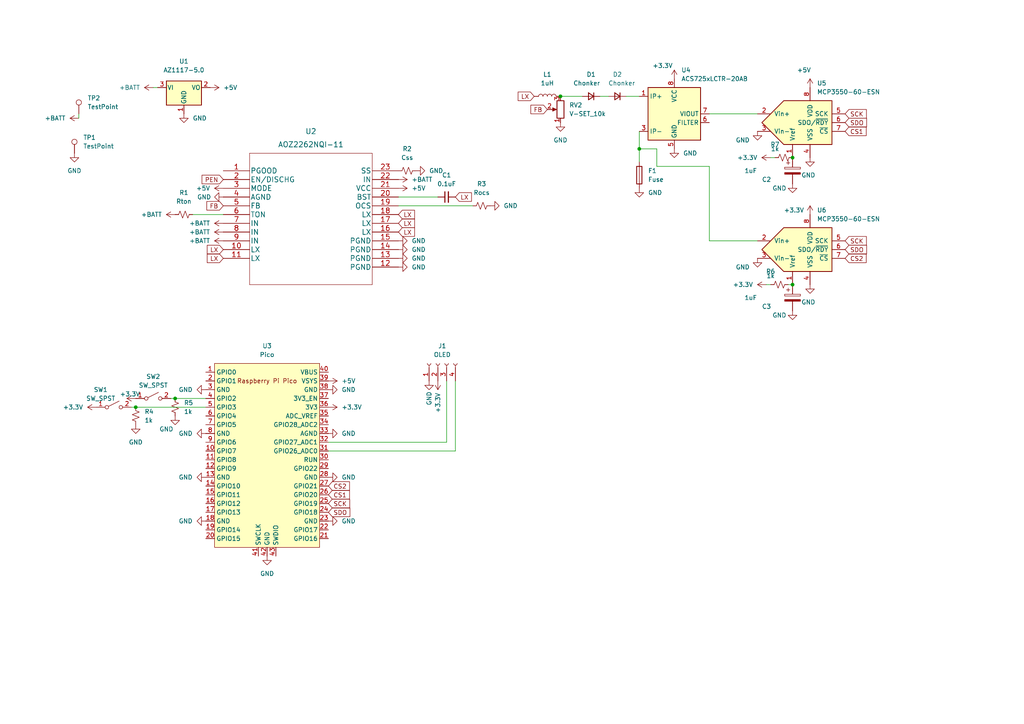
<source format=kicad_sch>
(kicad_sch (version 20211123) (generator eeschema)
  (paper "A4")
  (lib_symbols
    (symbol "A0Z2262NQI:AOZ2262NQI-11" (pin_names (offset 0.254))
      (property "Reference" "U" (at 25.4 10.16 0))
      (property "Value" "AOZ2262NQI-11" (at 25.4 7.62 0))
      (symbol "AOZ2262NQI-11_1_1"
        (polyline (pts (xy 7.62 -33.02) (xy 43.18 -33.02)) (stroke (width 0.127)))
        (polyline (pts (xy 7.62 5.08) (xy 7.62 -33.02)) (stroke (width 0.127)))
        (polyline (pts (xy 43.18 -33.02) (xy 43.18 5.08)) (stroke (width 0.127)))
        (polyline (pts (xy 43.18 5.08) (xy 7.62 5.08)) (stroke (width 0.127)))
        (pin output line (at 0 0 0) (length 7.62) (name "PGOOD") (number "1"))
        (pin unspecified line (at 0 -22.86 0) (length 7.62) (name "LX") (number "10"))
        (pin unspecified line (at 0 -25.4 0) (length 7.62) (name "LX") (number "11"))
        (pin power_in line (at 50.8 -27.94 180) (length 7.62) (name "PGND") (number "12"))
        (pin power_in line (at 50.8 -25.4 180) (length 7.62) (name "PGND") (number "13"))
        (pin power_in line (at 50.8 -22.86 180) (length 7.62) (name "PGND") (number "14"))
        (pin power_in line (at 50.8 -20.32 180) (length 7.62) (name "PGND") (number "15"))
        (pin unspecified line (at 50.8 -17.78 180) (length 7.62) (name "LX") (number "16"))
        (pin unspecified line (at 50.8 -15.24 180) (length 7.62) (name "LX") (number "17"))
        (pin unspecified line (at 50.8 -12.7 180) (length 7.62) (name "LX") (number "18"))
        (pin unspecified line (at 50.8 -10.16 180) (length 7.62) (name "OCS") (number "19"))
        (pin input line (at 0 -2.54 0) (length 7.62) (name "EN/DISCHG") (number "2"))
        (pin power_in line (at 50.8 -7.62 180) (length 7.62) (name "BST") (number "20"))
        (pin power_in line (at 50.8 -5.08 180) (length 7.62) (name "VCC") (number "21"))
        (pin input line (at 50.8 -2.54 180) (length 7.62) (name "IN") (number "22"))
        (pin input line (at 50.8 0 180) (length 7.62) (name "SS") (number "23"))
        (pin input line (at 0 -5.08 0) (length 7.62) (name "MODE") (number "3"))
        (pin power_in line (at 0 -7.62 0) (length 7.62) (name "AGND") (number "4"))
        (pin input line (at 0 -10.16 0) (length 7.62) (name "FB") (number "5"))
        (pin input line (at 0 -12.7 0) (length 7.62) (name "TON") (number "6"))
        (pin power_in line (at 0 -15.24 0) (length 7.62) (name "IN") (number "7"))
        (pin power_in line (at 0 -17.78 0) (length 7.62) (name "IN") (number "8"))
        (pin power_in line (at 0 -20.32 0) (length 7.62) (name "IN") (number "9"))
      )
    )
    (symbol "Analog_ADC:MCP3550-60-ESN" (pin_names (offset 1.016))
      (property "Reference" "U" (at -5.08 7.62 0))
      (property "Value" "MCP3550-60-ESN" (at 5.08 7.62 0))
      (symbol "MCP3550-60-ESN_0_1"
        (polyline (pts (xy -5.08 6.35) (xy 8.89 6.35) (xy 8.89 0) (xy 8.89 -6.35) (xy -5.08 -6.35) (xy -11.43 0) (xy -5.08 6.35)) (stroke (width 0.254)) (fill (type background)))
      )
      (symbol "MCP3550-60-ESN_1_1"
        (pin input line (at -2.54 -10.16 90) (length 3.81) (name "Vref") (number "1"))
        (pin passive line (at -12.7 2.54 0) (length 3.81) (name "Vin+") (number "2"))
        (pin passive line (at -12.7 -2.54 0) (length 3.81) (name "Vin-") (number "3"))
        (pin power_in line (at 2.54 -10.16 90) (length 3.81) (name "VSS") (number "4"))
        (pin input line (at 12.7 2.54 180) (length 3.81) (name "SCK") (number "5"))
        (pin output line (at 12.7 0 180) (length 3.81) (name "SDO/~{RDY}") (number "6"))
        (pin input line (at 12.7 -2.54 180) (length 3.81) (name "~{CS}") (number "7"))
        (pin power_in line (at 2.54 10.16 270) (length 3.81) (name "VDD") (number "8"))
      )
    )
    (symbol "Connector:Conn_01x04_Female" (pin_names (offset 1.016) hide)
      (property "Reference" "J" (at 0 5.08 0))
      (property "Value" "Conn_01x04_Female" (at 0 -7.62 0))
      (symbol "Conn_01x04_Female_1_1"
        (arc (start 0 -4.572) (mid -0.508 -5.08) (end 0 -5.588) (stroke (width 0.1524)))
        (arc (start 0 -2.032) (mid -0.508 -2.54) (end 0 -3.048) (stroke (width 0.1524)))
        (polyline (pts (xy -1.27 -5.08) (xy -0.508 -5.08)) (stroke (width 0.1524)))
        (polyline (pts (xy -1.27 -2.54) (xy -0.508 -2.54)) (stroke (width 0.1524)))
        (polyline (pts (xy -1.27 0) (xy -0.508 0)) (stroke (width 0.1524)))
        (polyline (pts (xy -1.27 2.54) (xy -0.508 2.54)) (stroke (width 0.1524)))
        (arc (start 0 0.508) (mid -0.508 0) (end 0 -0.508) (stroke (width 0.1524)))
        (arc (start 0 3.048) (mid -0.508 2.54) (end 0 2.032) (stroke (width 0.1524)))
        (pin passive line (at -5.08 2.54 0) (length 3.81) (name "Pin_1") (number "1"))
        (pin passive line (at -5.08 0 0) (length 3.81) (name "Pin_2") (number "2"))
        (pin passive line (at -5.08 -2.54 0) (length 3.81) (name "Pin_3") (number "3"))
        (pin passive line (at -5.08 -5.08 0) (length 3.81) (name "Pin_4") (number "4"))
      )
    )
    (symbol "Connector:TestPoint" (pin_numbers hide) (pin_names (offset 0.762) hide)
      (property "Reference" "TP" (at 0 6.858 0))
      (property "Value" "TestPoint" (at 0 5.08 0))
      (symbol "TestPoint_0_1"
        (circle (center 0 3.302) (radius 0.762))
      )
      (symbol "TestPoint_1_1"
        (pin passive line (at 0 0 90) (length 2.54) (name "1") (number "1"))
      )
    )
    (symbol "Device:C_Polarized" (pin_numbers hide) (pin_names (offset 0.254))
      (property "Reference" "C" (at 0.635 2.54 0))
      (property "Value" "C_Polarized" (at 0.635 -2.54 0))
      (symbol "C_Polarized_0_1"
        (rectangle (start -2.286 0.508) (end 2.286 1.016))
        (polyline (pts (xy -1.778 2.286) (xy -0.762 2.286)))
        (polyline (pts (xy -1.27 2.794) (xy -1.27 1.778)))
        (rectangle (start 2.286 -0.508) (end -2.286 -1.016) (fill (type outline)))
      )
      (symbol "C_Polarized_1_1"
        (pin passive line (at 0 3.81 270) (length 2.794) (name "~") (number "1"))
        (pin passive line (at 0 -3.81 90) (length 2.794) (name "~") (number "2"))
      )
    )
    (symbol "Device:C_Small" (pin_numbers hide) (pin_names (offset 0.254) hide)
      (property "Reference" "C" (at 0.254 1.778 0))
      (property "Value" "C_Small" (at 0.254 -2.032 0))
      (symbol "C_Small_0_1"
        (polyline (pts (xy -1.524 -0.508) (xy 1.524 -0.508)) (stroke (width 0.3302)))
        (polyline (pts (xy -1.524 0.508) (xy 1.524 0.508)) (stroke (width 0.3048)))
      )
      (symbol "C_Small_1_1"
        (pin passive line (at 0 2.54 270) (length 2.032) (name "~") (number "1"))
        (pin passive line (at 0 -2.54 90) (length 2.032) (name "~") (number "2"))
      )
    )
    (symbol "Device:D_Small" (pin_numbers hide) (pin_names (offset 0.254) hide)
      (property "Reference" "D" (at -1.27 2.032 0))
      (property "Value" "D_Small" (at -3.81 -2.032 0))
      (symbol "D_Small_0_1"
        (polyline (pts (xy -0.762 -1.016) (xy -0.762 1.016)) (stroke (width 0.254)))
        (polyline (pts (xy -0.762 0) (xy 0.762 0)))
        (polyline (pts (xy 0.762 -1.016) (xy -0.762 0) (xy 0.762 1.016) (xy 0.762 -1.016)) (stroke (width 0.254)))
      )
      (symbol "D_Small_1_1"
        (pin passive line (at -2.54 0 0) (length 1.778) (name "K") (number "1"))
        (pin passive line (at 2.54 0 180) (length 1.778) (name "A") (number "2"))
      )
    )
    (symbol "Device:Fuse" (pin_numbers hide) (pin_names (offset 0))
      (property "Reference" "F" (at 2.032 0 90))
      (property "Value" "Fuse" (at -1.905 0 90))
      (symbol "Fuse_0_1"
        (rectangle (start -0.762 -2.54) (end 0.762 2.54) (stroke (width 0.254)))
        (polyline (pts (xy 0 2.54) (xy 0 -2.54)))
      )
      (symbol "Fuse_1_1"
        (pin passive line (at 0 3.81 270) (length 1.27) (name "~") (number "1"))
        (pin passive line (at 0 -3.81 90) (length 1.27) (name "~") (number "2"))
      )
    )
    (symbol "Device:L" (pin_numbers hide) (pin_names (offset 1.016) hide)
      (property "Reference" "L" (at -1.27 0 90))
      (property "Value" "L" (at 1.905 0 90))
      (symbol "L_0_1"
        (arc (start 0 -2.54) (mid 0.635 -1.905) (end 0 -1.27))
        (arc (start 0 -1.27) (mid 0.635 -0.635) (end 0 0))
        (arc (start 0 0) (mid 0.635 0.635) (end 0 1.27))
        (arc (start 0 1.27) (mid 0.635 1.905) (end 0 2.54))
      )
      (symbol "L_1_1"
        (pin passive line (at 0 3.81 270) (length 1.27) (name "1") (number "1"))
        (pin passive line (at 0 -3.81 90) (length 1.27) (name "2") (number "2"))
      )
    )
    (symbol "Device:R_Potentiometer" (pin_names (offset 1.016) hide)
      (property "Reference" "RV" (at -4.445 0 90))
      (property "Value" "R_Potentiometer" (at -2.54 0 90))
      (symbol "R_Potentiometer_0_1"
        (polyline (pts (xy 2.54 0) (xy 1.524 0)))
        (polyline (pts (xy 1.143 0) (xy 2.286 0.508) (xy 2.286 -0.508) (xy 1.143 0)) (fill (type outline)))
        (rectangle (start 1.016 2.54) (end -1.016 -2.54) (stroke (width 0.254)))
      )
      (symbol "R_Potentiometer_1_1"
        (pin passive line (at 0 3.81 270) (length 1.27) (name "1") (number "1"))
        (pin passive line (at 3.81 0 180) (length 1.27) (name "2") (number "2"))
        (pin passive line (at 0 -3.81 90) (length 1.27) (name "3") (number "3"))
      )
    )
    (symbol "Device:R_Small_US" (pin_numbers hide) (pin_names (offset 0.254) hide)
      (property "Reference" "R" (at 0.762 0.508 0))
      (property "Value" "R_Small_US" (at 0.762 -1.016 0))
      (symbol "R_Small_US_1_1"
        (polyline (pts (xy 0 0) (xy 1.016 -0.381) (xy 0 -0.762) (xy -1.016 -1.143) (xy 0 -1.524)))
        (polyline (pts (xy 0 1.524) (xy 1.016 1.143) (xy 0 0.762) (xy -1.016 0.381) (xy 0 0)))
        (pin passive line (at 0 2.54 270) (length 1.016) (name "~") (number "1"))
        (pin passive line (at 0 -2.54 90) (length 1.016) (name "~") (number "2"))
      )
    )
    (symbol "MCU_RaspberryPi_and_Boards:Pico"
      (property "Reference" "U" (at -13.97 27.94 0))
      (property "Value" "Pico" (at 0 19.05 0))
      (symbol "Pico_0_0"
        (text "Raspberry Pi Pico" (at 0 21.59 0) (effects (font (size 1.27 1.27))))
      )
      (symbol "Pico_0_1"
        (rectangle (start -15.24 26.67) (end 15.24 -26.67) (fill (type background)))
      )
      (symbol "Pico_1_1"
        (pin bidirectional line (at -17.78 24.13 0) (length 2.54) (name "GPIO0") (number "1"))
        (pin bidirectional line (at -17.78 1.27 0) (length 2.54) (name "GPIO7") (number "10"))
        (pin bidirectional line (at -17.78 -1.27 0) (length 2.54) (name "GPIO8") (number "11"))
        (pin bidirectional line (at -17.78 -3.81 0) (length 2.54) (name "GPIO9") (number "12"))
        (pin power_in line (at -17.78 -6.35 0) (length 2.54) (name "GND") (number "13"))
        (pin bidirectional line (at -17.78 -8.89 0) (length 2.54) (name "GPIO10") (number "14"))
        (pin bidirectional line (at -17.78 -11.43 0) (length 2.54) (name "GPIO11") (number "15"))
        (pin bidirectional line (at -17.78 -13.97 0) (length 2.54) (name "GPIO12") (number "16"))
        (pin bidirectional line (at -17.78 -16.51 0) (length 2.54) (name "GPIO13") (number "17"))
        (pin power_in line (at -17.78 -19.05 0) (length 2.54) (name "GND") (number "18"))
        (pin bidirectional line (at -17.78 -21.59 0) (length 2.54) (name "GPIO14") (number "19"))
        (pin bidirectional line (at -17.78 21.59 0) (length 2.54) (name "GPIO1") (number "2"))
        (pin bidirectional line (at -17.78 -24.13 0) (length 2.54) (name "GPIO15") (number "20"))
        (pin bidirectional line (at 17.78 -24.13 180) (length 2.54) (name "GPIO16") (number "21"))
        (pin bidirectional line (at 17.78 -21.59 180) (length 2.54) (name "GPIO17") (number "22"))
        (pin power_in line (at 17.78 -19.05 180) (length 2.54) (name "GND") (number "23"))
        (pin bidirectional line (at 17.78 -16.51 180) (length 2.54) (name "GPIO18") (number "24"))
        (pin bidirectional line (at 17.78 -13.97 180) (length 2.54) (name "GPIO19") (number "25"))
        (pin bidirectional line (at 17.78 -11.43 180) (length 2.54) (name "GPIO20") (number "26"))
        (pin bidirectional line (at 17.78 -8.89 180) (length 2.54) (name "GPIO21") (number "27"))
        (pin power_in line (at 17.78 -6.35 180) (length 2.54) (name "GND") (number "28"))
        (pin bidirectional line (at 17.78 -3.81 180) (length 2.54) (name "GPIO22") (number "29"))
        (pin power_in line (at -17.78 19.05 0) (length 2.54) (name "GND") (number "3"))
        (pin input line (at 17.78 -1.27 180) (length 2.54) (name "RUN") (number "30"))
        (pin bidirectional line (at 17.78 1.27 180) (length 2.54) (name "GPIO26_ADC0") (number "31"))
        (pin bidirectional line (at 17.78 3.81 180) (length 2.54) (name "GPIO27_ADC1") (number "32"))
        (pin power_in line (at 17.78 6.35 180) (length 2.54) (name "AGND") (number "33"))
        (pin bidirectional line (at 17.78 8.89 180) (length 2.54) (name "GPIO28_ADC2") (number "34"))
        (pin power_in line (at 17.78 11.43 180) (length 2.54) (name "ADC_VREF") (number "35"))
        (pin power_in line (at 17.78 13.97 180) (length 2.54) (name "3V3") (number "36"))
        (pin input line (at 17.78 16.51 180) (length 2.54) (name "3V3_EN") (number "37"))
        (pin bidirectional line (at 17.78 19.05 180) (length 2.54) (name "GND") (number "38"))
        (pin power_in line (at 17.78 21.59 180) (length 2.54) (name "VSYS") (number "39"))
        (pin bidirectional line (at -17.78 16.51 0) (length 2.54) (name "GPIO2") (number "4"))
        (pin power_in line (at 17.78 24.13 180) (length 2.54) (name "VBUS") (number "40"))
        (pin input line (at -2.54 -29.21 90) (length 2.54) (name "SWCLK") (number "41"))
        (pin power_in line (at 0 -29.21 90) (length 2.54) (name "GND") (number "42"))
        (pin bidirectional line (at 2.54 -29.21 90) (length 2.54) (name "SWDIO") (number "43"))
        (pin bidirectional line (at -17.78 13.97 0) (length 2.54) (name "GPIO3") (number "5"))
        (pin bidirectional line (at -17.78 11.43 0) (length 2.54) (name "GPIO4") (number "6"))
        (pin bidirectional line (at -17.78 8.89 0) (length 2.54) (name "GPIO5") (number "7"))
        (pin power_in line (at -17.78 6.35 0) (length 2.54) (name "GND") (number "8"))
        (pin bidirectional line (at -17.78 3.81 0) (length 2.54) (name "GPIO6") (number "9"))
      )
    )
    (symbol "Regulator_Linear:AZ1117-5.0" (pin_names (offset 0.254))
      (property "Reference" "U" (at -3.81 3.175 0))
      (property "Value" "AZ1117-5.0" (at 0 3.175 0))
      (symbol "AZ1117-5.0_0_1"
        (rectangle (start -5.08 1.905) (end 5.08 -5.08) (stroke (width 0.254)) (fill (type background)))
      )
      (symbol "AZ1117-5.0_1_1"
        (pin power_in line (at 0 -7.62 90) (length 2.54) (name "GND") (number "1"))
        (pin power_out line (at 7.62 0 180) (length 2.54) (name "VO") (number "2"))
        (pin power_in line (at -7.62 0 0) (length 2.54) (name "VI") (number "3"))
      )
    )
    (symbol "Sensor_Current:ACS725xLCTR-20AB"
      (property "Reference" "U" (at 2.54 11.43 0))
      (property "Value" "ACS725xLCTR-20AB" (at 2.54 8.89 0))
      (symbol "ACS725xLCTR-20AB_0_1"
        (rectangle (start -7.62 7.62) (end 7.62 -7.62) (stroke (width 0.254)) (fill (type background)))
      )
      (symbol "ACS725xLCTR-20AB_1_1"
        (pin passive line (at -10.16 5.08 0) (length 2.54) (name "IP+") (number "1"))
        (pin passive line (at -10.16 5.08 0) (length 2.54) hide (name "IP+") (number "2"))
        (pin passive line (at -10.16 -5.08 0) (length 2.54) (name "IP-") (number "3"))
        (pin passive line (at -10.16 -5.08 0) (length 2.54) hide (name "IP-") (number "4"))
        (pin power_in line (at 0 -10.16 90) (length 2.54) (name "GND") (number "5"))
        (pin passive line (at 10.16 -2.54 180) (length 2.54) (name "FILTER") (number "6"))
        (pin output line (at 10.16 0 180) (length 2.54) (name "VIOUT") (number "7"))
        (pin power_in line (at 0 10.16 270) (length 2.54) (name "VCC") (number "8"))
      )
    )
    (symbol "Switch:SW_SPST" (pin_names (offset 0) hide)
      (property "Reference" "SW" (at 0 3.175 0))
      (property "Value" "SW_SPST" (at 0 -2.54 0))
      (symbol "SW_SPST_0_0"
        (circle (center -2.032 0) (radius 0.508))
        (polyline (pts (xy -1.524 0.254) (xy 1.524 1.778)))
        (circle (center 2.032 0) (radius 0.508))
      )
      (symbol "SW_SPST_1_1"
        (pin passive line (at -5.08 0 0) (length 2.54) (name "A") (number "1"))
        (pin passive line (at 5.08 0 180) (length 2.54) (name "B") (number "2"))
      )
    )
    (symbol "power:+3.3V" (power) (pin_names (offset 0))
      (property "Value" "+3.3V" (at 0 3.556 0))
      (symbol "+3.3V_0_1"
        (polyline (pts (xy -0.762 1.27) (xy 0 2.54)))
        (polyline (pts (xy 0 0) (xy 0 2.54)))
        (polyline (pts (xy 0 2.54) (xy 0.762 1.27)))
      )
      (symbol "+3.3V_1_1"
        (pin power_in line (at 0 0 90) (length 0) hide (name "+3.3V") (number "1"))
      )
    )
    (symbol "power:+5V" (power) (pin_names (offset 0))
      (property "Value" "+5V" (at 0 3.556 0))
      (symbol "+5V_0_1"
        (polyline (pts (xy -0.762 1.27) (xy 0 2.54)))
        (polyline (pts (xy 0 0) (xy 0 2.54)))
        (polyline (pts (xy 0 2.54) (xy 0.762 1.27)))
      )
      (symbol "+5V_1_1"
        (pin power_in line (at 0 0 90) (length 0) hide (name "+5V") (number "1"))
      )
    )
    (symbol "power:+BATT" (power) (pin_names (offset 0))
      (property "Value" "+BATT" (at 0 3.556 0))
      (symbol "+BATT_0_1"
        (polyline (pts (xy -0.762 1.27) (xy 0 2.54)))
        (polyline (pts (xy 0 0) (xy 0 2.54)))
        (polyline (pts (xy 0 2.54) (xy 0.762 1.27)))
      )
      (symbol "+BATT_1_1"
        (pin power_in line (at 0 0 90) (length 0) hide (name "+BATT") (number "1"))
      )
    )
    (symbol "power:GND" (power) (pin_names (offset 0))
      (property "Value" "GND" (at 0 -3.81 0))
      (symbol "GND_0_1"
        (polyline (pts (xy 0 0) (xy 0 -1.27) (xy 1.27 -1.27) (xy 0 -2.54) (xy -1.27 -1.27) (xy 0 -1.27)))
      )
      (symbol "GND_1_1"
        (pin power_in line (at 0 0 270) (length 0) hide (name "GND") (number "1"))
      )
    )
  )
  (junction (at 229.87 82.55))
  (junction (at 50.8 115.57))
  (junction (at 39.37 118.11))
  (junction (at 162.56 27.94))
  (junction (at 185.42 43.18))
  (junction (at 229.87 45.72))
  (wire (pts (xy 205.74 33.02) (xy 219.71 33.02)))
  (wire (pts (xy 173.99 27.94) (xy 176.53 27.94)))
  (wire (pts (xy 205.74 69.85) (xy 219.71 69.85)))
  (wire (pts (xy 205.74 69.85) (xy 205.74 48.26)))
  (wire (pts (xy 132.08 130.81) (xy 132.08 110.49)))
  (wire (pts (xy 222.25 82.55) (xy 223.52 82.55)))
  (wire (pts (xy 49.53 115.57) (xy 50.8 115.57)))
  (wire (pts (xy 50.8 115.57) (xy 59.69 115.57)))
  (wire (pts (xy 115.57 57.15) (xy 127 57.15)))
  (wire (pts (xy 44.45 25.4) (xy 45.72 25.4)))
  (wire (pts (xy 38.1 118.11) (xy 39.37 118.11)))
  (wire (pts (xy 39.37 118.11) (xy 59.69 118.11)))
  (wire (pts (xy 228.6 82.55) (xy 229.87 82.55)))
  (wire (pts (xy 129.54 110.49) (xy 129.54 128.27)))
  (wire (pts (xy 185.42 43.18) (xy 185.42 46.99)))
  (wire (pts (xy 22.86 33.02) (xy 22.86 34.29)))
  (wire (pts (xy 223.52 45.72) (xy 224.79 45.72)))
  (wire (pts (xy 162.56 27.94) (xy 168.91 27.94)))
  (wire (pts (xy 181.61 27.94) (xy 185.42 27.94)))
  (wire (pts (xy 190.5 48.26) (xy 190.5 43.18)))
  (wire (pts (xy 95.25 130.81) (xy 132.08 130.81)))
  (wire (pts (xy 185.42 38.1) (xy 185.42 43.18)))
  (wire (pts (xy 205.74 48.26) (xy 190.5 48.26)))
  (wire (pts (xy 129.54 128.27) (xy 95.25 128.27)))
  (wire (pts (xy 55.88 62.23) (xy 64.77 62.23)))
  (wire (pts (xy 190.5 43.18) (xy 185.42 43.18)))
  (wire (pts (xy 137.16 59.69) (xy 115.57 59.69)))
  (global_label "LX" (shape input) (at 154.94 27.94 180) (property "Intersheet References" "${INTERSHEET_REFS}" (effects hide)))
  (global_label "SDO" (shape input) (at 245.11 35.56 0) (property "Intersheet References" "${INTERSHEET_REFS}" (effects hide)))
  (global_label "FB" (shape input) (at 158.75 31.75 180) (property "Intersheet References" "${INTERSHEET_REFS}" (effects hide)))
  (global_label "LX" (shape input) (at 115.57 62.23 0) (property "Intersheet References" "${INTERSHEET_REFS}" (effects hide)))
  (global_label "SDO" (shape input) (at 245.11 72.39 0) (property "Intersheet References" "${INTERSHEET_REFS}" (effects hide)))
  (global_label "CS1" (shape input) (at 95.25 143.51 0) (property "Intersheet References" "${INTERSHEET_REFS}" (effects hide)))
  (global_label "SCK" (shape input) (at 245.11 69.85 0) (property "Intersheet References" "${INTERSHEET_REFS}" (effects hide)))
  (global_label "LX" (shape input) (at 115.57 67.31 0) (property "Intersheet References" "${INTERSHEET_REFS}" (effects hide)))
  (global_label "LX" (shape input) (at 115.57 64.77 0) (property "Intersheet References" "${INTERSHEET_REFS}" (effects hide)))
  (global_label "SCK" (shape input) (at 95.25 146.05 0) (property "Intersheet References" "${INTERSHEET_REFS}" (effects hide)))
  (global_label "FB" (shape input) (at 64.77 59.69 180) (property "Intersheet References" "${INTERSHEET_REFS}" (effects hide)))
  (global_label "SCK" (shape input) (at 245.11 33.02 0) (property "Intersheet References" "${INTERSHEET_REFS}" (effects hide)))
  (global_label "LX" (shape input) (at 64.77 74.93 180) (property "Intersheet References" "${INTERSHEET_REFS}" (effects hide)))
  (global_label "CS1" (shape input) (at 245.11 38.1 0) (property "Intersheet References" "${INTERSHEET_REFS}" (effects hide)))
  (global_label "LX" (shape input) (at 132.08 57.15 0) (property "Intersheet References" "${INTERSHEET_REFS}" (effects hide)))
  (global_label "CS2" (shape input) (at 95.25 140.97 0) (property "Intersheet References" "${INTERSHEET_REFS}" (effects hide)))
  (global_label "PEN" (shape input) (at 64.77 52.07 180) (property "Intersheet References" "${INTERSHEET_REFS}" (effects hide)))
  (global_label "LX" (shape input) (at 64.77 72.39 180) (property "Intersheet References" "${INTERSHEET_REFS}" (effects hide)))
  (global_label "SDO" (shape input) (at 95.25 148.59 0) (property "Intersheet References" "${INTERSHEET_REFS}" (effects hide)))
  (global_label "CS2" (shape input) (at 245.11 74.93 0) (property "Intersheet References" "${INTERSHEET_REFS}" (effects hide)))
  (symbol (lib_id "power:GND") (at 50.8 120.65 0) (unit 1)
    (property "Reference" "#PWR0130" (effects hide))
    (property "Value" "GND" (at 48.26 124.46 0))
  )
  (symbol (lib_id "Device:R_Small_US") (at 50.8 118.11 0) (unit 1)
    (property "Reference" "R5" (at 53.34 116.8399 0) (effects (justify left)))
    (property "Value" "1k" (at 53.34 119.3799 0) (effects (justify left)))
    (property "Footprint" "Resistor_SMD:R_0402_1005Metric" (effects hide))
  )
  (symbol (lib_id "power:+BATT") (at 64.77 69.85 90) (unit 1)
    (property "Reference" "#PWR09" (effects hide))
    (property "Value" "+BATT" (at 60.96 69.8499 90) (effects (justify left)))
  )
  (symbol (lib_id "power:GND") (at 59.69 138.43 270) (unit 1)
    (property "Reference" "#PWR0125" (effects hide))
    (property "Value" "GND" (at 55.88 138.4299 90) (effects (justify right)))
  )
  (symbol (lib_id "Device:R_Small_US") (at 227.33 45.72 90) (unit 1)
    (property "Reference" "R7" (at 224.79 41.91 90))
    (property "Value" "1k" (at 224.79 43.18 90))
    (property "Footprint" "Resistor_SMD:R_0402_1005Metric" (effects hide))
  )
  (symbol (lib_id "power:GND") (at 229.87 53.34 0) (unit 1)
    (property "Reference" "#PWR0105" (effects hide))
    (property "Value" "GND" (at 226.06 54.61 0))
  )
  (symbol (lib_id "Device:R_Small_US") (at 139.7 59.69 90) (unit 1)
    (property "Reference" "R3" (at 139.7 53.34 90))
    (property "Value" "Rocs" (at 139.7 55.88 90))
    (property "Footprint" "Resistor_SMD:R_0402_1005Metric" (effects hide))
  )
  (symbol (lib_id "Device:R_Small_US") (at 118.11 49.53 90) (unit 1)
    (property "Reference" "R2" (at 118.11 43.18 90))
    (property "Value" "Css" (at 118.11 45.72 90))
    (property "Footprint" "Resistor_SMD:R_0402_1005Metric" (effects hide))
  )
  (symbol (lib_id "power:GND") (at 234.95 45.72 0) (unit 1)
    (property "Reference" "#PWR0103" (effects hide))
    (property "Value" "GND" (at 232.41 50.8 0) (effects (justify left)))
  )
  (symbol (lib_id "Device:D_Small") (at 179.07 27.94 180) (unit 1)
    (property "Reference" "D2" (at 179.07 21.59 0))
    (property "Value" "Chonker" (at 180.34 24.13 0))
    (property "Footprint" "Diode_THT:D_5KPW_P12.70mm_Horizontal" (effects hide))
  )
  (symbol (lib_id "power:GND") (at 59.69 125.73 270) (unit 1)
    (property "Reference" "#PWR0124" (effects hide))
    (property "Value" "GND" (at 55.88 125.7299 90) (effects (justify right)))
  )
  (symbol (lib_id "power:GND") (at 77.47 161.29 0) (unit 1)
    (property "Reference" "#PWR0118" (effects hide))
    (property "Value" "GND" (at 77.47 166.37 0))
  )
  (symbol (lib_id "power:+3.3V") (at 127 110.49 180) (unit 1)
    (property "Reference" "#PWR0114" (effects hide))
    (property "Value" "+3.3V" (at 127 116.84 90))
  )
  (symbol (lib_id "power:GND") (at 195.58 43.18 0) (unit 1)
    (property "Reference" "#PWR0126" (effects hide))
    (property "Value" "GND" (at 198.12 44.4499 0) (effects (justify left)))
  )
  (symbol (lib_id "power:+BATT") (at 115.57 52.07 270) (unit 1)
    (property "Reference" "#PWR010" (effects hide))
    (property "Value" "+BATT" (at 119.38 52.0699 90) (effects (justify left)))
  )
  (symbol (lib_id "power:GND") (at 21.59 44.45 0) (unit 1)
    (property "Reference" "#PWR0132" (effects hide))
    (property "Value" "GND" (at 21.59 49.53 0))
  )
  (symbol (lib_id "power:+BATT") (at 44.45 25.4 90) (unit 1)
    (property "Reference" "#PWR01" (effects hide))
    (property "Value" "+BATT" (at 40.64 25.3999 90) (effects (justify left)))
  )
  (symbol (lib_id "A0Z2262NQI:AOZ2262NQI-11") (at 64.77 49.53 0) (unit 1)
    (property "Reference" "U2" (at 90.17 38.1 0) (effects (font (size 1.524 1.524))))
    (property "Value" "AOZ2262NQI-11" (at 90.17 41.91 0) (effects (font (size 1.524 1.524))))
    (property "Footprint" "footprints:AOZ2262NQI-11" (effects hide))
  )
  (symbol (lib_id "power:GND") (at 115.57 74.93 90) (unit 1)
    (property "Reference" "#PWR014" (effects hide))
    (property "Value" "GND" (at 119.38 74.9299 90) (effects (justify right)))
  )
  (symbol (lib_id "power:+3.3V") (at 223.52 45.72 90) (unit 1)
    (property "Reference" "#PWR0106" (effects hide))
    (property "Value" "+3.3V" (at 219.71 45.72 90) (effects (justify left)))
  )
  (symbol (lib_id "power:+3.3V") (at 234.95 62.23 0) (unit 1)
    (property "Reference" "#PWR0102" (effects hide))
    (property "Value" "+3.3V" (at 227.33 60.96 0) (effects (justify left)))
  )
  (symbol (lib_id "power:GND") (at 234.95 82.55 0) (unit 1)
    (property "Reference" "#PWR0108" (effects hide))
    (property "Value" "GND" (at 232.41 87.63 0) (effects (justify left)))
  )
  (symbol (lib_id "power:GND") (at 59.69 151.13 270) (unit 1)
    (property "Reference" "#PWR0123" (effects hide))
    (property "Value" "GND" (at 55.88 151.1299 90) (effects (justify right)))
  )
  (symbol (lib_id "Connector:Conn_01x04_Female") (at 127 105.41 90) (unit 1)
    (property "Reference" "J1" (at 128.27 100.33 90))
    (property "Value" "OLED" (at 128.27 102.87 90))
    (property "Footprint" "Connector_PinHeader_2.54mm:PinHeader_1x04_P2.54mm_Vertical" (effects hide))
  )
  (symbol (lib_id "Sensor_Current:ACS725xLCTR-20AB") (at 195.58 33.02 0) (unit 1)
    (property "Reference" "U4" (at 197.5994 20.32 0) (effects (justify left)))
    (property "Value" "ACS725xLCTR-20AB" (at 197.5994 22.86 0) (effects (justify left)))
    (property "Footprint" "Package_SO:SOIC-8_3.9x4.9mm_P1.27mm" (effects hide))
    (property "Datasheet" "http://www.allegromicro.com/~/media/Files/Datasheets/ACS725-Datasheet.ashx?la=en" (effects hide))
  )
  (symbol (lib_id "power:+5V") (at 115.57 54.61 270) (unit 1)
    (property "Reference" "#PWR011" (effects hide))
    (property "Value" "+5V" (at 119.38 54.6099 90) (effects (justify left)))
  )
  (symbol (lib_id "Device:R_Small_US") (at 53.34 62.23 90) (unit 1)
    (property "Reference" "R1" (at 53.34 55.88 90))
    (property "Value" "Rton" (at 53.34 58.42 90))
    (property "Footprint" "Resistor_SMD:R_0402_1005Metric" (effects hide))
  )
  (symbol (lib_id "power:+5V") (at 64.77 54.61 90) (unit 1)
    (property "Reference" "#PWR05" (effects hide))
    (property "Value" "+5V" (at 60.96 54.6099 90) (effects (justify left)))
  )
  (symbol (lib_id "Device:C_Small") (at 129.54 57.15 90) (unit 1)
    (property "Reference" "C1" (at 129.5463 50.8 90))
    (property "Value" "0.1uF" (at 129.5463 53.34 90))
    (property "Footprint" "Capacitor_SMD:C_0402_1005Metric" (effects hide))
  )
  (symbol (lib_id "Device:C_Polarized") (at 229.87 49.53 0) (unit 1)
    (property "Reference" "C2" (at 220.98 52.07 0) (effects (justify left)))
    (property "Value" "1uF" (at 215.9 49.53 0) (effects (justify left)))
    (property "Footprint" "Capacitor_SMD:C_0402_1005Metric" (effects hide))
  )
  (symbol (lib_id "Device:L") (at 158.75 27.94 90) (unit 1)
    (property "Reference" "L1" (at 158.75 21.59 90))
    (property "Value" "1uH" (at 158.75 24.13 90))
    (property "Footprint" "Inductor_SMD:L_7.3x7.3_H4.5" (effects hide))
  )
  (symbol (lib_id "power:GND") (at 95.25 113.03 90) (unit 1)
    (property "Reference" "#PWR0115" (effects hide))
    (property "Value" "GND" (at 99.06 113.0299 90) (effects (justify right)))
  )
  (symbol (lib_id "power:GND") (at 142.24 59.69 90) (unit 1)
    (property "Reference" "#PWR018" (effects hide))
    (property "Value" "GND" (at 146.05 59.6899 90) (effects (justify right)))
  )
  (symbol (lib_id "Device:Fuse") (at 185.42 50.8 0) (unit 1)
    (property "Reference" "F1" (at 187.96 49.5299 0) (effects (justify left)))
    (property "Value" "Fuse" (at 187.96 52.0699 0) (effects (justify left)))
    (property "Footprint" "Fuse:Fuseholder_Blade_ATO_Littelfuse_Pudenz_2_Pin" (effects hide))
  )
  (symbol (lib_id "Analog_ADC:MCP3550-60-ESN") (at 232.41 72.39 0) (unit 1)
    (property "Reference" "U6" (at 236.9694 60.96 0) (effects (justify left)))
    (property "Value" "MCP3550-60-ESN" (at 236.9694 63.5 0) (effects (justify left)))
    (property "Footprint" "Package_SO:SOIC-8-1EP_3.9x4.9mm_P1.27mm_EP2.29x3mm" (effects hide))
    (property "Datasheet" "http://ww1.microchip.com/downloads/en/devicedoc/21950c.pdf" (effects hide))
  )
  (symbol (lib_id "power:GND") (at 162.56 35.56 0) (unit 1)
    (property "Reference" "#PWR021" (effects hide))
    (property "Value" "GND" (at 162.56 40.64 0))
  )
  (symbol (lib_id "power:GND") (at 39.37 123.19 0) (unit 1)
    (property "Reference" "#PWR0120" (effects hide))
    (property "Value" "GND" (at 39.37 128.27 0))
  )
  (symbol (lib_id "power:GND") (at 115.57 72.39 90) (unit 1)
    (property "Reference" "#PWR013" (effects hide))
    (property "Value" "GND" (at 119.38 72.3899 90) (effects (justify right)))
  )
  (symbol (lib_id "Connector:TestPoint") (at 22.86 33.02 0) (unit 1)
    (property "Reference" "TP2" (at 25.4 28.4479 0) (effects (justify left)))
    (property "Value" "TestPoint" (at 25.4 30.9879 0) (effects (justify left)))
    (property "Footprint" "TestPoint:TestPoint_Plated_Hole_D5.0mm" (effects hide))
  )
  (symbol (lib_id "power:GND") (at 185.42 54.61 0) (unit 1)
    (property "Reference" "#PWR0128" (effects hide))
    (property "Value" "GND" (at 187.96 55.8799 0) (effects (justify left)))
  )
  (symbol (lib_id "Connector:TestPoint") (at 21.59 44.45 0) (unit 1)
    (property "Reference" "TP1" (at 24.13 39.8779 0) (effects (justify left)))
    (property "Value" "TestPoint" (at 24.13 42.4179 0) (effects (justify left)))
    (property "Footprint" "TestPoint:TestPoint_Plated_Hole_D5.0mm" (effects hide))
  )
  (symbol (lib_id "power:+BATT") (at 64.77 67.31 90) (unit 1)
    (property "Reference" "#PWR08" (effects hide))
    (property "Value" "+BATT" (at 60.96 67.3099 90) (effects (justify left)))
  )
  (symbol (lib_id "power:GND") (at 95.25 151.13 90) (unit 1)
    (property "Reference" "#PWR0117" (effects hide))
    (property "Value" "GND" (at 99.06 151.1299 90) (effects (justify right)))
  )
  (symbol (lib_id "Switch:SW_SPST") (at 44.45 115.57 0) (unit 1)
    (property "Reference" "SW2" (at 44.45 109.22 0))
    (property "Value" "SW_SPST" (at 44.45 111.76 0))
    (property "Footprint" "Button_Switch_THT:KSA_Tactile_SPST" (effects hide))
  )
  (symbol (lib_id "power:GND") (at 120.65 49.53 90) (unit 1)
    (property "Reference" "#PWR016" (effects hide))
    (property "Value" "GND" (at 124.46 49.5299 90) (effects (justify right)))
  )
  (symbol (lib_id "power:GND") (at 229.87 90.17 0) (unit 1)
    (property "Reference" "#PWR0107" (effects hide))
    (property "Value" "GND" (at 226.06 91.44 0))
  )
  (symbol (lib_id "Device:D_Small") (at 171.45 27.94 180) (unit 1)
    (property "Reference" "D1" (at 171.45 21.59 0))
    (property "Value" "Chonker" (at 170.18 24.13 0))
    (property "Footprint" "Diode_THT:D_5KPW_P12.70mm_Horizontal" (effects hide))
  )
  (symbol (lib_id "power:+3.3V") (at 27.94 118.11 90) (unit 1)
    (property "Reference" "#PWR0121" (effects hide))
    (property "Value" "+3.3V" (at 24.13 118.1099 90) (effects (justify left)))
  )
  (symbol (lib_id "power:GND") (at 219.71 38.1 0) (unit 1)
    (property "Reference" "#PWR0104" (effects hide))
    (property "Value" "GND" (at 213.36 40.64 0) (effects (justify left)))
  )
  (symbol (lib_id "power:+BATT") (at 22.86 34.29 90) (unit 1)
    (property "Reference" "#PWR0131" (effects hide))
    (property "Value" "+BATT" (at 19.05 34.2899 90) (effects (justify left)))
  )
  (symbol (lib_id "power:GND") (at 115.57 69.85 90) (unit 1)
    (property "Reference" "#PWR012" (effects hide))
    (property "Value" "GND" (at 119.38 69.8499 90) (effects (justify right)))
  )
  (symbol (lib_id "Device:R_Potentiometer") (at 162.56 31.75 180) (unit 1)
    (property "Reference" "RV2" (at 165.1 30.4799 0) (effects (justify right)))
    (property "Value" "V-SET_10k" (at 165.1 33.0199 0) (effects (justify right)))
    (property "Footprint" "Potentiometer_THT:Potentiometer_Bourns_3266Y_Vertical" (effects hide))
  )
  (symbol (lib_id "power:+5V") (at 95.25 110.49 270) (unit 1)
    (property "Reference" "#PWR0111" (effects hide))
    (property "Value" "+5V" (at 99.06 110.4899 90) (effects (justify left)))
  )
  (symbol (lib_id "Regulator_Linear:AZ1117-5.0") (at 53.34 25.4 0) (unit 1)
    (property "Reference" "U1" (at 53.34 17.78 0))
    (property "Value" "AZ1117-5.0" (at 53.34 20.32 0))
    (property "Footprint" "Package_TO_SOT_SMD:SOT-223-3_TabPin2" (effects hide))
    (property "Datasheet" "https://www.diodes.com/assets/Datasheets/AZ1117.pdf" (effects hide))
  )
  (symbol (lib_id "power:+3.3V") (at 195.58 22.86 0) (unit 1)
    (property "Reference" "#PWR0127" (effects hide))
    (property "Value" "+3.3V" (at 189.23 19.05 0) (effects (justify left)))
  )
  (symbol (lib_id "power:GND") (at 124.46 110.49 0) (unit 1)
    (property "Reference" "#PWR0116" (effects hide))
    (property "Value" "GND" (at 124.46 115.57 90))
  )
  (symbol (lib_id "power:GND") (at 115.57 77.47 90) (unit 1)
    (property "Reference" "#PWR015" (effects hide))
    (property "Value" "GND" (at 119.38 77.4699 90) (effects (justify right)))
  )
  (symbol (lib_id "Device:R_Small_US") (at 39.37 120.65 0) (unit 1)
    (property "Reference" "R4" (at 41.91 119.3799 0) (effects (justify left)))
    (property "Value" "1k" (at 41.91 121.9199 0) (effects (justify left)))
    (property "Footprint" "Resistor_SMD:R_0402_1005Metric" (effects hide))
  )
  (symbol (lib_id "Switch:SW_SPST") (at 33.02 118.11 0) (unit 1)
    (property "Reference" "SW1" (at 29.21 113.03 0))
    (property "Value" "SW_SPST" (at 29.21 115.57 0))
    (property "Footprint" "Button_Switch_THT:KSA_Tactile_SPST" (effects hide))
  )
  (symbol (lib_id "power:GND") (at 59.69 113.03 270) (unit 1)
    (property "Reference" "#PWR0129" (effects hide))
    (property "Value" "GND" (at 55.88 113.0299 90) (effects (justify right)))
  )
  (symbol (lib_id "power:GND") (at 64.77 57.15 270) (unit 1)
    (property "Reference" "#PWR06" (effects hide))
    (property "Value" "GND" (at 57.15 57.15 90) (effects (justify left)))
  )
  (symbol (lib_id "power:+3.3V") (at 39.37 115.57 90) (unit 1)
    (property "Reference" "#PWR0122" (effects hide))
    (property "Value" "+3.3V" (at 40.64 114.3 90) (effects (justify left)))
  )
  (symbol (lib_id "power:+5V") (at 60.96 25.4 270) (unit 1)
    (property "Reference" "#PWR04" (effects hide))
    (property "Value" "+5V" (at 64.77 25.3999 90) (effects (justify left)))
  )
  (symbol (lib_id "Device:R_Small_US") (at 226.06 82.55 90) (unit 1)
    (property "Reference" "R6" (at 223.52 78.74 90))
    (property "Value" "1k" (at 223.52 80.01 90))
    (property "Footprint" "Resistor_SMD:R_0402_1005Metric" (effects hide))
  )
  (symbol (lib_id "Device:C_Polarized") (at 229.87 86.36 0) (unit 1)
    (property "Reference" "C3" (at 220.98 88.9 0) (effects (justify left)))
    (property "Value" "1uF" (at 215.9 86.36 0) (effects (justify left)))
    (property "Footprint" "Capacitor_SMD:C_0402_1005Metric" (effects hide))
  )
  (symbol (lib_id "MCU_RaspberryPi_and_Boards:Pico") (at 77.47 132.08 0) (unit 1)
    (property "Reference" "U3" (at 77.47 100.33 0))
    (property "Value" "Pico" (at 77.47 102.87 0))
    (property "Footprint" "MCU_RaspberryPi_and_Boards:RPi_Pico_SMD_TH" (effects hide))
  )
  (symbol (lib_id "Analog_ADC:MCP3550-60-ESN") (at 232.41 35.56 0) (unit 1)
    (property "Reference" "U5" (at 236.9694 24.13 0) (effects (justify left)))
    (property "Value" "MCP3550-60-ESN" (at 236.9694 26.67 0) (effects (justify left)))
    (property "Footprint" "Package_SO:SOIC-8-1EP_3.9x4.9mm_P1.27mm_EP2.29x3mm" (effects hide))
    (property "Datasheet" "http://ww1.microchip.com/downloads/en/devicedoc/21950c.pdf" (effects hide))
  )
  (symbol (lib_id "power:GND") (at 95.25 125.73 90) (unit 1)
    (property "Reference" "#PWR0112" (effects hide))
    (property "Value" "GND" (at 99.06 125.7299 90) (effects (justify right)))
  )
  (symbol (lib_id "power:GND") (at 219.71 74.93 0) (unit 1)
    (property "Reference" "#PWR0110" (effects hide))
    (property "Value" "GND" (at 213.36 77.47 0) (effects (justify left)))
  )
  (symbol (lib_id "power:+5V") (at 234.95 25.4 0) (unit 1)
    (property "Reference" "#PWR0101" (effects hide))
    (property "Value" "+5V" (at 231.14 20.32 0) (effects (justify left)))
  )
  (symbol (lib_id "power:+3.3V") (at 95.25 118.11 270) (unit 1)
    (property "Reference" "#PWR0113" (effects hide))
    (property "Value" "+3.3V" (at 99.06 118.1099 90) (effects (justify left)))
  )
  (symbol (lib_id "power:GND") (at 53.34 33.02 0) (unit 1)
    (property "Reference" "#PWR03" (effects hide))
    (property "Value" "GND" (at 55.88 34.2899 0) (effects (justify left)))
  )
  (symbol (lib_id "power:+3.3V") (at 222.25 82.55 90) (unit 1)
    (property "Reference" "#PWR0109" (effects hide))
    (property "Value" "+3.3V" (at 218.44 82.55 90) (effects (justify left)))
  )
  (symbol (lib_id "power:+BATT") (at 64.77 64.77 90) (unit 1)
    (property "Reference" "#PWR07" (effects hide))
    (property "Value" "+BATT" (at 60.96 64.7699 90) (effects (justify left)))
  )
  (symbol (lib_id "power:GND") (at 95.25 138.43 90) (unit 1)
    (property "Reference" "#PWR0119" (effects hide))
    (property "Value" "GND" (at 99.06 138.4299 90) (effects (justify right)))
  )
  (symbol (lib_id "power:+BATT") (at 50.8 62.23 90) (unit 1)
    (property "Reference" "#PWR02" (effects hide))
    (property "Value" "+BATT" (at 46.99 62.2299 90) (effects (justify left)))
  )
)
</source>
